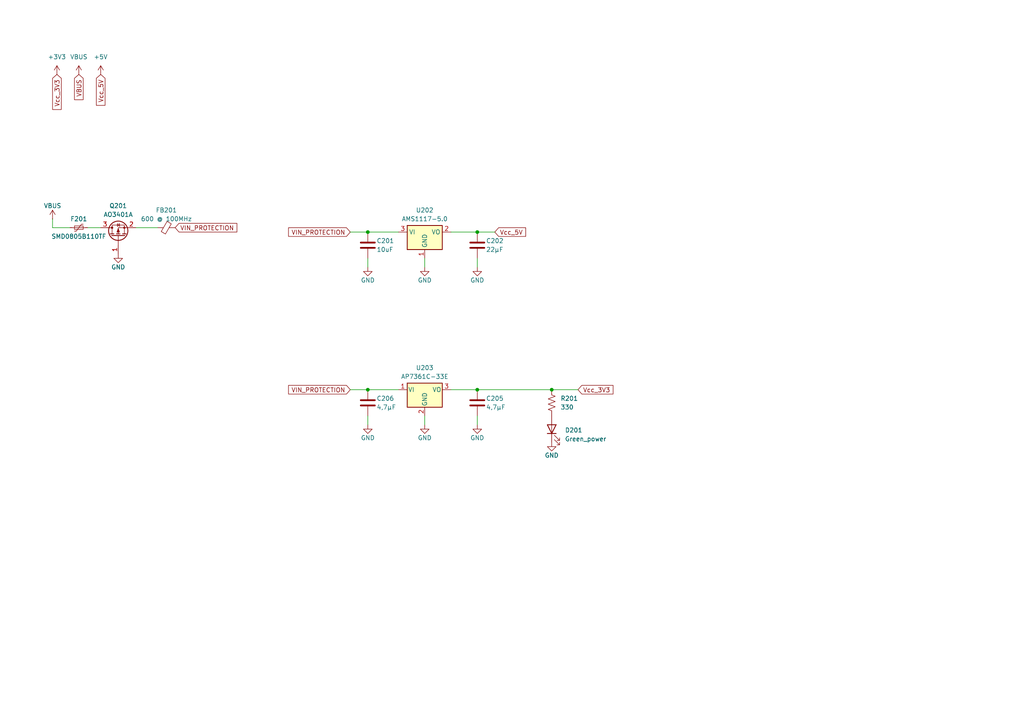
<source format=kicad_sch>
(kicad_sch (version 20231120) (generator "eeschema") (generator_version "8.0")
  (paper "A4")
  (lib_symbols
    (symbol "Device:C" (pin_numbers hide) (pin_names (offset 0.254))
      (property "Reference" "C" (at 0.635 2.54 0))
      (property "Value" "C" (at 0.635 -2.54 0))
      (symbol "C_0_1"
        (polyline (pts (xy -2.032 -0.762) (xy 2.032 -0.762)) (stroke (width 0.508)))
        (polyline (pts (xy -2.032 0.762) (xy 2.032 0.762)) (stroke (width 0.508)))
      )
      (symbol "C_1_1"
        (pin passive line (at 0 3.81 270) (length 2.794) (name "~") (number "1"))
        (pin passive line (at 0 -3.81 90) (length 2.794) (name "~") (number "2"))
      )
    )
    (symbol "Device:FerriteBead_Small" (pin_numbers hide) (pin_names (offset 0))
      (property "Reference" "FB" (at 1.905 1.27 0))
      (property "Value" "FerriteBead_Small" (at 1.905 -1.27 0))
      (symbol "FerriteBead_Small_0_1"
        (polyline (pts (xy 0 -1.27) (xy 0 -0.7874)))
        (polyline (pts (xy 0 0.889) (xy 0 1.2954)))
        (polyline (pts (xy -1.8288 0.2794) (xy -1.1176 1.4986) (xy 1.8288 -0.2032) (xy 1.1176 -1.4224) (xy -1.8288 0.2794)))
      )
      (symbol "FerriteBead_Small_1_1"
        (pin passive line (at 0 2.54 270) (length 1.27) (name "~") (number "1"))
        (pin passive line (at 0 -2.54 90) (length 1.27) (name "~") (number "2"))
      )
    )
    (symbol "Device:LED" (pin_numbers hide) (pin_names (offset 1.016) hide)
      (property "Reference" "D" (at 0 2.54 0))
      (property "Value" "LED" (at 0 -2.54 0))
      (symbol "LED_0_1"
        (polyline (pts (xy -1.27 -1.27) (xy -1.27 1.27)) (stroke (width 0.254)))
        (polyline (pts (xy -1.27 0) (xy 1.27 0)))
        (polyline (pts (xy 1.27 -1.27) (xy 1.27 1.27) (xy -1.27 0) (xy 1.27 -1.27)) (stroke (width 0.254)))
        (polyline (pts (xy -3.048 -0.762) (xy -4.572 -2.286) (xy -3.81 -2.286) (xy -4.572 -2.286) (xy -4.572 -1.524)))
        (polyline (pts (xy -1.778 -0.762) (xy -3.302 -2.286) (xy -2.54 -2.286) (xy -3.302 -2.286) (xy -3.302 -1.524)))
      )
      (symbol "LED_1_1"
        (pin passive line (at -3.81 0 0) (length 2.54) (name "K") (number "1"))
        (pin passive line (at 3.81 0 180) (length 2.54) (name "A") (number "2"))
      )
    )
    (symbol "Device:Polyfuse_Small" (pin_numbers hide) (pin_names (offset 0))
      (property "Reference" "F" (at -1.905 0 90))
      (property "Value" "Polyfuse_Small" (at 1.905 0 90))
      (symbol "Polyfuse_Small_0_1"
        (rectangle (start -0.508 1.27) (end 0.508 -1.27))
        (polyline (pts (xy 0 2.54) (xy 0 -2.54)))
        (polyline (pts (xy -1.016 1.27) (xy -1.016 0.762) (xy 1.016 -0.762) (xy 1.016 -1.27)))
      )
      (symbol "Polyfuse_Small_1_1"
        (pin passive line (at 0 2.54 270) (length 0.635) (name "~") (number "1"))
        (pin passive line (at 0 -2.54 90) (length 0.635) (name "~") (number "2"))
      )
    )
    (symbol "Device:R_US" (pin_numbers hide) (pin_names (offset 0))
      (property "Reference" "R" (at 2.54 0 90))
      (property "Value" "R_US" (at -2.54 0 90))
      (symbol "R_US_0_1"
        (polyline (pts (xy 0 -2.286) (xy 0 -2.54)))
        (polyline (pts (xy 0 2.286) (xy 0 2.54)))
        (polyline (pts (xy 0 -0.762) (xy 1.016 -1.143) (xy 0 -1.524) (xy -1.016 -1.905) (xy 0 -2.286)))
        (polyline (pts (xy 0 0.762) (xy 1.016 0.381) (xy 0 0) (xy -1.016 -0.381) (xy 0 -0.762)))
        (polyline (pts (xy 0 2.286) (xy 1.016 1.905) (xy 0 1.524) (xy -1.016 1.143) (xy 0 0.762)))
      )
      (symbol "R_US_1_1"
        (pin passive line (at 0 3.81 270) (length 1.27) (name "~") (number "1"))
        (pin passive line (at 0 -3.81 90) (length 1.27) (name "~") (number "2"))
      )
    )
    (symbol "Regulator_Linear:AMS1117-5.0"
      (property "Reference" "U" (at -3.81 3.175 0))
      (property "Value" "AMS1117-5.0" (at 0 3.175 0))
      (symbol "AMS1117-5.0_0_1"
        (rectangle (start -5.08 -5.08) (end 5.08 1.905) (stroke (width 0.254)) (fill (type background)))
      )
      (symbol "AMS1117-5.0_1_1"
        (pin power_in line (at 0 -7.62 90) (length 2.54) (name "GND") (number "1"))
        (pin power_out line (at 7.62 0 180) (length 2.54) (name "VO") (number "2"))
        (pin power_in line (at -7.62 0 0) (length 2.54) (name "VI") (number "3"))
      )
    )
    (symbol "Regulator_Linear:AP7361C-33E" (pin_names (offset 0.254))
      (property "Reference" "U" (at -3.81 3.175 0))
      (property "Value" "AP7361C-33E" (at 0 3.175 0))
      (symbol "AP7361C-33E_0_1"
        (rectangle (start -5.08 -5.08) (end 5.08 1.905) (stroke (width 0.254)) (fill (type background)))
      )
      (symbol "AP7361C-33E_1_1"
        (pin power_in line (at -7.62 0 0) (length 2.54) (name "VI") (number "1"))
        (pin power_in line (at 0 -7.62 90) (length 2.54) (name "GND") (number "2"))
        (pin power_out line (at 7.62 0 180) (length 2.54) (name "VO") (number "3"))
      )
    )
    (symbol "Transistor_FET:AO3401A" (pin_names hide)
      (property "Reference" "Q" (at 5.08 1.905 0))
      (property "Value" "AO3401A" (at 5.08 0 0))
      (symbol "AO3401A_0_1"
        (polyline (pts (xy 0.254 0) (xy -2.54 0)))
        (polyline (pts (xy 0.254 1.905) (xy 0.254 -1.905)) (stroke (width 0.254)))
        (polyline (pts (xy 0.762 -1.27) (xy 0.762 -2.286)) (stroke (width 0.254)))
        (polyline (pts (xy 0.762 0.508) (xy 0.762 -0.508)) (stroke (width 0.254)))
        (polyline (pts (xy 0.762 2.286) (xy 0.762 1.27)) (stroke (width 0.254)))
        (polyline (pts (xy 2.54 2.54) (xy 2.54 1.778)))
        (polyline (pts (xy 2.54 -2.54) (xy 2.54 0) (xy 0.762 0)))
        (polyline (pts (xy 0.762 1.778) (xy 3.302 1.778) (xy 3.302 -1.778) (xy 0.762 -1.778)))
        (polyline (pts (xy 2.286 0) (xy 1.27 0.381) (xy 1.27 -0.381) (xy 2.286 0)) (fill (type outline)))
        (polyline (pts (xy 2.794 -0.508) (xy 2.921 -0.381) (xy 3.683 -0.381) (xy 3.81 -0.254)))
        (polyline (pts (xy 3.302 -0.381) (xy 2.921 0.254) (xy 3.683 0.254) (xy 3.302 -0.381)))
        (circle (center 1.651 0) (radius 2.794) (stroke (width 0.254)))
        (circle (center 2.54 -1.778) (radius 0.254) (fill (type outline)))
        (circle (center 2.54 1.778) (radius 0.254) (fill (type outline)))
      )
      (symbol "AO3401A_1_1"
        (pin input line (at -5.08 0 0) (length 2.54) (name "G") (number "1"))
        (pin passive line (at 2.54 -5.08 90) (length 2.54) (name "S") (number "2"))
        (pin passive line (at 2.54 5.08 270) (length 2.54) (name "D") (number "3"))
      )
    )
    (symbol "power:+3V3" (power) (pin_numbers hide) (pin_names (offset 0) hide)
      (property "Value" "+3V3" (at 0 3.556 0))
      (symbol "+3V3_0_1"
        (polyline (pts (xy -0.762 1.27) (xy 0 2.54)))
        (polyline (pts (xy 0 0) (xy 0 2.54)))
        (polyline (pts (xy 0 2.54) (xy 0.762 1.27)))
      )
      (symbol "+3V3_1_1"
        (pin power_in line (at 0 0 90) (length 0) (name "~") (number "1"))
      )
    )
    (symbol "power:+5V" (power) (pin_numbers hide) (pin_names (offset 0) hide)
      (property "Value" "+5V" (at 0 3.556 0))
      (symbol "+5V_0_1"
        (polyline (pts (xy -0.762 1.27) (xy 0 2.54)))
        (polyline (pts (xy 0 0) (xy 0 2.54)))
        (polyline (pts (xy 0 2.54) (xy 0.762 1.27)))
      )
      (symbol "+5V_1_1"
        (pin power_in line (at 0 0 90) (length 0) (name "~") (number "1"))
      )
    )
    (symbol "power:GND" (power) (pin_names (offset 0))
      (property "Value" "GND" (at 0 -3.81 0))
      (symbol "GND_0_1"
        (polyline (pts (xy 0 0) (xy 0 -1.27) (xy 1.27 -1.27) (xy 0 -2.54) (xy -1.27 -1.27) (xy 0 -1.27)))
      )
      (symbol "GND_1_1"
        (pin power_in line (at 0 0 270) (length 0) hide (name "GND") (number "1"))
      )
    )
    (symbol "power:VBUS" (power) (pin_numbers hide) (pin_names (offset 0) hide)
      (property "Value" "VBUS" (at 0 3.556 0))
      (symbol "VBUS_0_1"
        (polyline (pts (xy -0.762 1.27) (xy 0 2.54)))
        (polyline (pts (xy 0 0) (xy 0 2.54)))
        (polyline (pts (xy 0 2.54) (xy 0.762 1.27)))
      )
      (symbol "VBUS_1_1"
        (pin power_in line (at 0 0 90) (length 0) (name "~") (number "1"))
      )
    )
  )
  (junction (at 106.68 113.03))
  (junction (at 160.02 113.03))
  (junction (at 106.68 67.31))
  (junction (at 138.43 113.03))
  (junction (at 138.43 67.31))
  (wire (pts (xy 106.68 120.65) (xy 106.68 123.19)))
  (wire (pts (xy 123.19 120.65) (xy 123.19 123.19)))
  (wire (pts (xy 101.6 113.03) (xy 106.68 113.03)))
  (wire (pts (xy 138.43 120.65) (xy 138.43 123.19)))
  (wire (pts (xy 106.68 67.31) (xy 115.57 67.31)))
  (wire (pts (xy 106.68 74.93) (xy 106.68 77.47)))
  (wire (pts (xy 15.24 66.04) (xy 20.32 66.04)))
  (wire (pts (xy 138.43 74.93) (xy 138.43 77.47)))
  (wire (pts (xy 138.43 113.03) (xy 160.02 113.03)))
  (wire (pts (xy 130.81 113.03) (xy 138.43 113.03)))
  (wire (pts (xy 123.19 74.93) (xy 123.19 77.47)))
  (wire (pts (xy 39.37 66.04) (xy 45.72 66.04)))
  (wire (pts (xy 130.81 67.31) (xy 138.43 67.31)))
  (wire (pts (xy 25.4 66.04) (xy 29.21 66.04)))
  (wire (pts (xy 138.43 67.31) (xy 143.51 67.31)))
  (wire (pts (xy 15.24 63.5) (xy 15.24 66.04)))
  (wire (pts (xy 160.02 113.03) (xy 167.64 113.03)))
  (wire (pts (xy 101.6 67.31) (xy 106.68 67.31)))
  (wire (pts (xy 106.68 113.03) (xy 115.57 113.03)))
  (global_label "VBUS" (shape input) (at 22.86 21.59 270) (property "Intersheetrefs" "${INTERSHEET_REFS}" (effects (hide yes))))
  (global_label "Vcc_5V" (shape input) (at 29.21 21.59 270) (property "Intersheetrefs" "${INTERSHEET_REFS}" (effects (hide yes))))
  (global_label "Vcc_3V3" (shape input) (at 16.51 21.59 270) (property "Intersheetrefs" "${INTERSHEET_REFS}" (effects (hide yes))))
  (global_label "Vcc_3V3" (shape input) (at 167.64 113.03 0) (property "Intersheetrefs" "${INTERSHEET_REFS}" (effects (hide yes))))
  (global_label "VIN_PROTECTION" (shape input) (at 101.6 113.03 180) (property "Intersheetrefs" "${INTERSHEET_REFS}" (effects (hide yes))))
  (global_label "VIN_PROTECTION" (shape input) (at 50.8 66.04 0) (property "Intersheetrefs" "${INTERSHEET_REFS}" (effects (hide yes))))
  (global_label "Vcc_5V" (shape input) (at 143.51 67.31 0) (property "Intersheetrefs" "${INTERSHEET_REFS}" (effects (hide yes))))
  (global_label "VIN_PROTECTION" (shape input) (at 101.6 67.31 180) (property "Intersheetrefs" "${INTERSHEET_REFS}" (effects (hide yes))))
  (symbol (lib_id "Device:C") (at 106.68 71.12 180) (unit 1)
    (property "Reference" "C201" (at 109.22 69.85 0) (effects (justify right)))
    (property "Value" "10uF" (at 109.22 72.39 0) (effects (justify right)))
    (property "Footprint" "Capacitor_SMD:C_0805_2012Metric_Pad1.18x1.45mm_HandSolder" (effects (hide yes)))
  )
  (symbol (lib_id "power:GND") (at 106.68 123.19 0) (unit 1)
    (property "Reference" "#PWR0211" (effects (hide yes)))
    (property "Value" "GND" (at 106.68 127 0))
  )
  (symbol (lib_id "power:GND") (at 160.02 128.27 0) (unit 1)
    (property "Reference" "#PWR0212" (effects (hide yes)))
    (property "Value" "GND" (at 160.02 132.08 0))
  )
  (symbol (lib_id "power:+5V") (at 29.21 21.59 0) (unit 1)
    (property "Reference" "#PWR0203" (effects (hide yes)))
    (property "Value" "+5V" (at 29.21 16.51 0))
    (property "Description" "Power symbol creates a global label with name \"+5V\"" (effects (hide yes)))
  )
  (symbol (lib_id "power:GND") (at 34.29 73.66 0) (unit 1)
    (property "Reference" "#PWR0209" (effects (hide yes)))
    (property "Value" "GND" (at 34.29 77.47 0))
  )
  (symbol (lib_id "power:GND") (at 123.19 123.19 0) (unit 1)
    (property "Reference" "#PWR0207" (effects (hide yes)))
    (property "Value" "GND" (at 123.19 127 0))
  )
  (symbol (lib_id "Transistor_FET:AO3401A") (at 34.29 68.58 90) (unit 1)
    (property "Reference" "Q201" (at 34.29 59.69 90))
    (property "Value" "AO3401A" (at 34.29 62.23 90))
    (property "Footprint" "Package_TO_SOT_SMD:SOT-23" (effects (hide yes)))
    (property "Datasheet" "http://www.aosmd.com/pdfs/datasheet/AO3401A.pdf" (effects (hide yes)))
  )
  (symbol (lib_id "power:GND") (at 123.19 77.47 0) (unit 1)
    (property "Reference" "#PWR0206" (effects (hide yes)))
    (property "Value" "GND" (at 123.19 81.28 0))
  )
  (symbol (lib_id "Device:Polyfuse_Small") (at 22.86 66.04 90) (unit 1)
    (property "Reference" "F201" (at 22.86 63.5 90))
    (property "Value" "SMD0805B110TF" (at 22.86 68.58 90))
    (property "Footprint" "Fuse:Fuse_0805_2012Metric" (effects (hide yes)))
  )
  (symbol (lib_id "power:VBUS") (at 22.86 21.59 0) (unit 1)
    (property "Reference" "#PWR0202" (effects (hide yes)))
    (property "Value" "VBUS" (at 22.86 16.51 0))
    (property "Description" "Power symbol creates a global label with name \"VBUS\"" (effects (hide yes)))
  )
  (symbol (lib_id "Regulator_Linear:AP7361C-33E") (at 123.19 113.03 0) (unit 1)
    (property "Reference" "U203" (at 123.19 106.68 0))
    (property "Value" "AP7361C-33E" (at 123.19 109.22 0))
    (property "Footprint" "Package_TO_SOT_SMD:SOT-223-3_TabPin2" (effects (hide yes)))
    (property "Datasheet" "https://www.diodes.com/assets/Datasheets/AP7361C.pdf" (effects (hide yes)))
    (property "Description" "1A Low Dropout regulator, positive, 3.3V fixed output, SOT-223" (effects (hide yes)))
  )
  (symbol (lib_id "power:+3V3") (at 16.51 21.59 0) (unit 1)
    (property "Reference" "#PWR0201" (effects (hide yes)))
    (property "Value" "+3V3" (at 16.51 16.51 0))
    (property "Description" "Power symbol creates a global label with name \"+3V3\"" (effects (hide yes)))
  )
  (symbol (lib_id "Regulator_Linear:AMS1117-5.0") (at 123.19 67.31 0) (unit 1)
    (property "Reference" "U202" (at 123.19 60.96 0))
    (property "Value" "AMS1117-5.0" (at 123.19 63.5 0))
    (property "Footprint" "Package_TO_SOT_SMD:SOT-223-3_TabPin2" (effects (hide yes)))
    (property "Datasheet" "http://www.advanced-monolithic.com/pdf/ds1117.pdf" (effects (hide yes)))
    (property "Description" "1A Low Dropout regulator, positive, 5.0V fixed output, SOT-223" (effects (hide yes)))
  )
  (symbol (lib_id "power:GND") (at 138.43 77.47 0) (unit 1)
    (property "Reference" "#PWR0205" (effects (hide yes)))
    (property "Value" "GND" (at 138.43 81.28 0))
  )
  (symbol (lib_id "Device:C") (at 106.68 116.84 180) (unit 1)
    (property "Reference" "C206" (at 109.22 115.57 0) (effects (justify right)))
    (property "Value" "4,7µF" (at 109.22 118.11 0) (effects (justify right)))
    (property "Footprint" "Capacitor_SMD:C_0805_2012Metric_Pad1.18x1.45mm_HandSolder" (effects (hide yes)))
  )
  (symbol (lib_id "power:GND") (at 138.43 123.19 0) (unit 1)
    (property "Reference" "#PWR0210" (effects (hide yes)))
    (property "Value" "GND" (at 138.43 127 0))
  )
  (symbol (lib_id "power:VBUS") (at 15.24 63.5 0) (unit 1)
    (property "Reference" "#PWR0208" (effects (hide yes)))
    (property "Value" "VBUS" (at 15.24 59.69 0))
  )
  (symbol (lib_id "Device:C") (at 138.43 71.12 180) (unit 1)
    (property "Reference" "C202" (at 140.97 69.85 0) (effects (justify right)))
    (property "Value" "22µF" (at 140.97 72.39 0) (effects (justify right)))
    (property "Footprint" "Capacitor_SMD:C_0805_2012Metric_Pad1.18x1.45mm_HandSolder" (effects (hide yes)))
  )
  (symbol (lib_id "power:GND") (at 106.68 77.47 0) (unit 1)
    (property "Reference" "#PWR0204" (effects (hide yes)))
    (property "Value" "GND" (at 106.68 81.28 0))
  )
  (symbol (lib_id "Device:R_US") (at 160.02 116.84 0) (unit 1)
    (property "Reference" "R201" (at 162.56 115.5699 0) (effects (justify left)))
    (property "Value" "330" (at 162.56 118.1099 0) (effects (justify left)))
    (property "Footprint" "Resistor_SMD:R_0805_2012Metric_Pad1.20x1.40mm_HandSolder" (effects (hide yes)))
    (property "Description" "Resistor, US symbol" (effects (hide yes)))
  )
  (symbol (lib_id "Device:FerriteBead_Small") (at 48.26 66.04 90) (unit 1)
    (property "Reference" "FB201" (at 48.26 60.96 90))
    (property "Value" "600 @ 100MHz" (at 48.26 63.5 90))
    (property "Footprint" "Resistor_SMD:R_0805_2012Metric_Pad1.20x1.40mm_HandSolder" (effects (hide yes)))
  )
  (symbol (lib_id "Device:C") (at 138.43 116.84 180) (unit 1)
    (property "Reference" "C205" (at 140.97 115.57 0) (effects (justify right)))
    (property "Value" "4,7µF" (at 140.97 118.11 0) (effects (justify right)))
    (property "Footprint" "Capacitor_SMD:C_0805_2012Metric_Pad1.18x1.45mm_HandSolder" (effects (hide yes)))
  )
  (symbol (lib_id "Device:LED") (at 160.02 124.46 90) (unit 1)
    (property "Reference" "D201" (at 163.83 124.7774 90) (effects (justify right)))
    (property "Value" "Green_power" (at 163.83 127.3174 90) (effects (justify right)))
    (property "Footprint" "Diode_SMD:D_0805_2012Metric" (effects (hide yes)))
    (property "Description" "Light emitting diode" (effects (hide yes)))
  )
)
</source>
